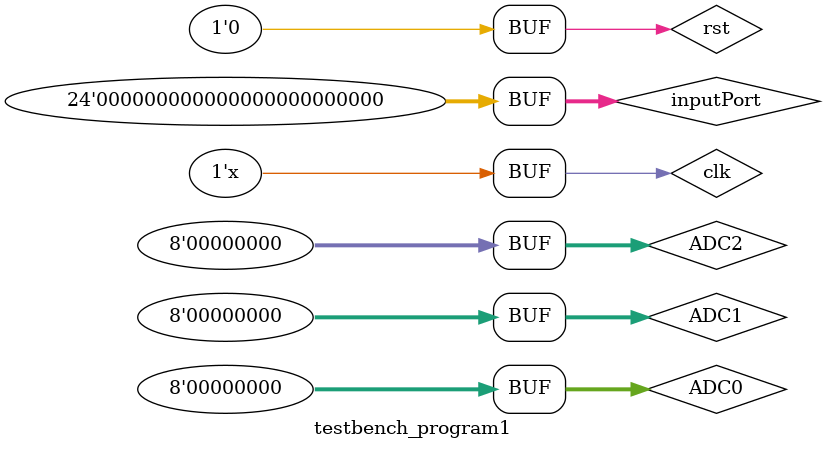
<source format=v>
`timescale 1ns / 1ps

// THIS TESTBENCH RUNS PROGRAM 2, WITH PROGRAM 1 CALLED AS AN INTERRUPT ON THE FALLING EDGE OF INPUTPORT[5]


module testbench_program1(

    );
    
    parameter PROGRAM = 1;
    
    reg clk, rst;
    reg [23:0] inputPort;
    reg [7:0] ADC0, ADC1, ADC2;
    wire [23:0] outputPort;
    wire [3:0] outputPWM;
    
    RK2040 #(
        .PROGRAM    (PROGRAM)
    ) MODULE_UNDER_TEST (
        .clk        (clk),
        .rst        (rst),
        .inputPort  (inputPort),
        .ADC0       (ADC0),
        .ADC1       (ADC1),
        .ADC2       (ADC2),
        .outputPort (outputPort),
        .outputPWM  (outputPWM)
    );
    
    initial begin
        clk <= 0;
        rst <= 1;
        inputPort <= 0;
        ADC0 <= 0;
        ADC1 <= 0;
        ADC2 <= 0;
        #40 rst = 0;
    end
    
    always #10 clk <= ~clk;
    
endmodule
</source>
